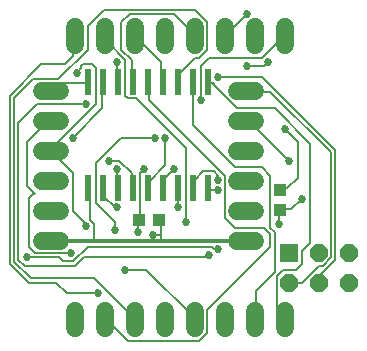
<source format=gbl>
G75*
%MOIN*%
%OFA0B0*%
%FSLAX25Y25*%
%IPPOS*%
%LPD*%
%AMOC8*
5,1,8,0,0,1.08239X$1,22.5*
%
%ADD10R,0.02362X0.08661*%
%ADD11R,0.04331X0.03937*%
%ADD12OC8,0.06000*%
%ADD13R,0.06000X0.06000*%
%ADD14C,0.06000*%
%ADD15C,0.05906*%
%ADD16C,0.00800*%
%ADD17C,0.02700*%
%ADD18C,0.01200*%
D10*
X0033706Y0059492D03*
X0038706Y0059492D03*
X0043706Y0059492D03*
X0048706Y0059492D03*
X0053706Y0059492D03*
X0058706Y0059492D03*
X0063706Y0059492D03*
X0068706Y0059492D03*
X0073706Y0059492D03*
X0073706Y0094965D03*
X0068706Y0094965D03*
X0063706Y0094965D03*
X0058706Y0094965D03*
X0053706Y0094965D03*
X0048706Y0094965D03*
X0043706Y0094965D03*
X0038706Y0094965D03*
X0033706Y0094965D03*
D11*
X0050730Y0048829D03*
X0057423Y0048829D03*
X0097815Y0052150D03*
X0097815Y0058843D03*
D12*
X0110540Y0037900D03*
X0120540Y0037900D03*
X0120540Y0027900D03*
X0110540Y0027900D03*
X0100540Y0027900D03*
D13*
X0100540Y0037900D03*
D14*
X0089340Y0041900D02*
X0083340Y0041900D01*
X0083340Y0051900D02*
X0089340Y0051900D01*
X0089340Y0061900D02*
X0083340Y0061900D01*
X0083340Y0071900D02*
X0089340Y0071900D01*
X0089340Y0081900D02*
X0083340Y0081900D01*
X0083340Y0091900D02*
X0089340Y0091900D01*
X0024340Y0091900D02*
X0018340Y0091900D01*
X0018340Y0081900D02*
X0024340Y0081900D01*
X0024340Y0071900D02*
X0018340Y0071900D01*
X0018340Y0061900D02*
X0024340Y0061900D01*
X0024340Y0051900D02*
X0018340Y0051900D01*
X0018340Y0041900D02*
X0024340Y0041900D01*
D15*
X0029340Y0018653D02*
X0029340Y0012747D01*
X0039340Y0012747D02*
X0039340Y0018653D01*
X0049340Y0018653D02*
X0049340Y0012747D01*
X0059340Y0012747D02*
X0059340Y0018653D01*
X0069340Y0018653D02*
X0069340Y0012747D01*
X0079340Y0012747D02*
X0079340Y0018653D01*
X0089340Y0018653D02*
X0089340Y0012747D01*
X0099340Y0012747D02*
X0099340Y0018653D01*
X0099340Y0107247D02*
X0099340Y0113153D01*
X0089340Y0113153D02*
X0089340Y0107247D01*
X0079340Y0107247D02*
X0079340Y0113153D01*
X0069340Y0113153D02*
X0069340Y0107247D01*
X0059340Y0107247D02*
X0059340Y0113153D01*
X0049340Y0113153D02*
X0049340Y0107247D01*
X0039340Y0107247D02*
X0039340Y0113153D01*
X0029340Y0113153D02*
X0029340Y0107247D01*
D16*
X0023040Y0028000D02*
X0026540Y0024500D01*
X0037040Y0024500D01*
X0035640Y0029400D02*
X0048590Y0016450D01*
X0048540Y0016400D01*
X0049240Y0015700D01*
X0049340Y0015700D01*
X0048940Y0016100D02*
X0048590Y0016450D01*
X0046840Y0008400D02*
X0040190Y0015050D01*
X0040140Y0015000D01*
X0039440Y0015700D01*
X0039340Y0015700D01*
X0039840Y0015400D02*
X0040190Y0015050D01*
X0046840Y0008400D02*
X0070640Y0008400D01*
X0073440Y0011200D01*
X0073440Y0018900D01*
X0094440Y0039900D01*
X0094440Y0044100D01*
X0092340Y0046200D01*
X0082640Y0046200D01*
X0079340Y0049500D01*
X0079340Y0063400D01*
X0053840Y0088900D01*
X0053840Y0094500D01*
X0053706Y0094965D01*
X0058040Y0095200D02*
X0058706Y0094965D01*
X0058040Y0095200D02*
X0058040Y0101500D01*
X0049990Y0109550D01*
X0049940Y0109500D01*
X0049940Y0110200D01*
X0049340Y0110200D01*
X0049640Y0109900D02*
X0049990Y0109550D01*
X0044740Y0105700D02*
X0044740Y0114800D01*
X0047540Y0117600D01*
X0062240Y0117600D01*
X0068890Y0110950D01*
X0068840Y0110900D01*
X0068840Y0110200D01*
X0069340Y0110200D01*
X0069240Y0110600D02*
X0068890Y0110950D01*
X0073440Y0114800D02*
X0069240Y0119000D01*
X0039140Y0119000D01*
X0033540Y0113400D01*
X0033540Y0105700D01*
X0023740Y0095900D01*
X0015340Y0095900D01*
X0009040Y0089600D01*
X0009040Y0035000D01*
X0014640Y0029400D01*
X0035640Y0029400D01*
X0029440Y0033700D02*
X0023140Y0033700D01*
X0023040Y0033600D01*
X0012540Y0033600D01*
X0010440Y0035700D01*
X0010440Y0081200D01*
X0016740Y0087500D01*
X0032840Y0087500D01*
X0036340Y0087500D02*
X0020940Y0072100D01*
X0021340Y0071900D01*
X0028740Y0064500D01*
X0028740Y0051900D01*
X0032940Y0047700D01*
X0032840Y0046900D01*
X0034240Y0049000D02*
X0035640Y0047600D01*
X0035640Y0041900D01*
X0033640Y0040000D02*
X0028740Y0035100D01*
X0025240Y0035100D01*
X0023840Y0036500D01*
X0023740Y0036400D01*
X0013240Y0036400D01*
X0016140Y0037900D02*
X0014040Y0040000D01*
X0014040Y0056100D01*
X0015690Y0057750D01*
X0016040Y0057400D01*
X0015690Y0057750D02*
X0013240Y0060200D01*
X0013240Y0074900D01*
X0020240Y0081900D01*
X0021340Y0081900D01*
X0028640Y0076300D02*
X0038440Y0086100D01*
X0038440Y0094500D01*
X0038706Y0094965D01*
X0036340Y0099400D02*
X0036340Y0087500D01*
X0033540Y0094500D02*
X0033706Y0094965D01*
X0033540Y0094500D02*
X0023040Y0094500D01*
X0020940Y0092400D01*
X0021340Y0091900D01*
X0030040Y0098000D02*
X0031440Y0099400D01*
X0031440Y0100100D01*
X0032140Y0100800D01*
X0034940Y0100800D01*
X0036340Y0099400D01*
X0043340Y0101500D02*
X0043340Y0095200D01*
X0043706Y0094965D01*
X0048240Y0095200D02*
X0048706Y0094965D01*
X0048240Y0095200D02*
X0048240Y0102200D01*
X0044740Y0105700D01*
X0046140Y0102200D02*
X0039840Y0108500D01*
X0039840Y0109500D01*
X0040140Y0109500D01*
X0039440Y0110200D01*
X0039340Y0110200D01*
X0039840Y0109900D02*
X0039840Y0109500D01*
X0046140Y0102200D02*
X0046140Y0090300D01*
X0046840Y0089600D01*
X0049640Y0089600D01*
X0066440Y0072800D01*
X0066440Y0048300D01*
X0063640Y0053200D02*
X0063640Y0058800D01*
X0063706Y0059492D01*
X0068706Y0059492D02*
X0069240Y0059500D01*
X0069240Y0062300D01*
X0072040Y0065100D01*
X0075540Y0065100D01*
X0076940Y0063700D01*
X0076940Y0062300D01*
X0076940Y0058800D02*
X0074140Y0058800D01*
X0073706Y0059492D01*
X0082640Y0066600D02*
X0084040Y0066600D01*
X0084040Y0066500D01*
X0083940Y0066500D01*
X0084040Y0066500D02*
X0091640Y0066500D01*
X0094440Y0063700D01*
X0094440Y0046200D01*
X0095840Y0044800D01*
X0095840Y0031500D01*
X0089540Y0025200D01*
X0089540Y0016400D01*
X0089840Y0016400D01*
X0089840Y0015700D01*
X0089340Y0015700D01*
X0089540Y0016100D02*
X0089540Y0016400D01*
X0096540Y0018200D02*
X0098290Y0016450D01*
X0098240Y0016400D01*
X0098940Y0015700D01*
X0099340Y0015700D01*
X0098640Y0016100D02*
X0098290Y0016450D01*
X0096540Y0018200D02*
X0096540Y0030100D01*
X0098640Y0032200D01*
X0102840Y0032200D01*
X0104940Y0034300D01*
X0104940Y0038500D01*
X0107740Y0041300D01*
X0107740Y0074200D01*
X0095840Y0086100D01*
X0084040Y0086100D01*
X0084040Y0086200D01*
X0083340Y0086200D01*
X0074940Y0094600D01*
X0074940Y0094500D01*
X0074140Y0094500D01*
X0073706Y0094965D01*
X0074940Y0094500D02*
X0075540Y0094500D01*
X0076940Y0096600D02*
X0091640Y0096600D01*
X0116140Y0072100D01*
X0116140Y0035700D01*
X0110540Y0030100D01*
X0110540Y0027900D01*
X0104940Y0028000D02*
X0110540Y0033600D01*
X0111940Y0033600D01*
X0114740Y0036400D01*
X0114740Y0071400D01*
X0094440Y0091700D01*
X0087440Y0091700D01*
X0086340Y0091900D01*
X0084040Y0086100D02*
X0083940Y0086100D01*
X0086340Y0081900D02*
X0087440Y0081900D01*
X0100740Y0068600D01*
X0103540Y0063000D02*
X0103540Y0074900D01*
X0099340Y0079100D01*
X0103540Y0063000D02*
X0100040Y0059500D01*
X0097940Y0059500D01*
X0097815Y0058843D01*
X0097940Y0052500D02*
X0097815Y0052150D01*
X0097240Y0051800D01*
X0097240Y0047600D01*
X0097940Y0052500D02*
X0101440Y0052500D01*
X0104940Y0056000D01*
X0082640Y0066600D02*
X0068640Y0080600D01*
X0068640Y0082000D01*
X0068540Y0082000D01*
X0068540Y0094500D01*
X0068706Y0094965D01*
X0064340Y0095200D02*
X0063706Y0094965D01*
X0064340Y0095200D02*
X0064340Y0098000D01*
X0069240Y0102900D01*
X0070640Y0102900D01*
X0073440Y0105700D01*
X0073440Y0114800D01*
X0079340Y0110200D02*
X0086740Y0117600D01*
X0098940Y0110200D02*
X0099340Y0110200D01*
X0098940Y0110200D02*
X0091640Y0102900D01*
X0074140Y0102900D01*
X0071340Y0100100D01*
X0071340Y0088900D01*
X0068540Y0082000D02*
X0068540Y0081900D01*
X0059440Y0076300D02*
X0059440Y0067200D01*
X0053840Y0061600D01*
X0053840Y0059500D01*
X0053706Y0059492D01*
X0048706Y0059492D02*
X0048240Y0059500D01*
X0048240Y0064400D01*
X0044040Y0068600D01*
X0040540Y0068600D01*
X0043340Y0065800D02*
X0043340Y0059500D01*
X0043706Y0059492D01*
X0039140Y0058800D02*
X0039140Y0056700D01*
X0042640Y0053200D01*
X0043340Y0053200D01*
X0042640Y0048300D02*
X0036340Y0054600D01*
X0036340Y0067900D01*
X0044740Y0076300D01*
X0055940Y0076300D01*
X0052440Y0065800D02*
X0051040Y0064400D01*
X0051040Y0049000D01*
X0050730Y0048829D01*
X0050340Y0048300D01*
X0050340Y0044800D01*
X0055340Y0044000D02*
X0058040Y0044000D01*
X0058040Y0048300D01*
X0057423Y0048829D01*
X0058040Y0044000D02*
X0058040Y0041900D01*
X0053140Y0032200D02*
X0068890Y0016450D01*
X0068840Y0016400D01*
X0068840Y0015700D01*
X0069340Y0015700D01*
X0069240Y0016100D02*
X0068890Y0016450D01*
X0053140Y0032200D02*
X0046140Y0032200D01*
X0033640Y0040000D02*
X0074940Y0040000D01*
X0074840Y0039900D01*
X0075540Y0039200D01*
X0076940Y0039200D01*
X0074140Y0037100D02*
X0073540Y0036500D01*
X0032240Y0036500D01*
X0029440Y0033700D01*
X0028040Y0037900D02*
X0016140Y0037900D01*
X0007640Y0034300D02*
X0007640Y0090300D01*
X0018140Y0100800D01*
X0025840Y0100800D01*
X0028640Y0103600D01*
X0028640Y0109500D01*
X0028940Y0109500D01*
X0028940Y0110200D01*
X0029340Y0110200D01*
X0028640Y0109900D02*
X0028640Y0109500D01*
X0021340Y0071900D02*
X0020940Y0071400D01*
X0033706Y0059492D02*
X0034240Y0058800D01*
X0034240Y0049000D01*
X0042640Y0048300D02*
X0042640Y0045500D01*
X0039140Y0058800D02*
X0038706Y0059492D01*
X0058706Y0059492D02*
X0058740Y0059500D01*
X0058740Y0062300D01*
X0062240Y0065800D01*
X0086740Y0100100D02*
X0092340Y0100100D01*
X0093740Y0101500D01*
X0100740Y0028000D02*
X0100540Y0027900D01*
X0100740Y0028000D02*
X0104940Y0028000D01*
X0023040Y0028000D02*
X0013940Y0028000D01*
X0007640Y0034300D01*
D17*
X0013240Y0036400D03*
X0028040Y0037900D03*
X0032840Y0046900D03*
X0042640Y0045500D03*
X0050340Y0044800D03*
X0055340Y0044000D03*
X0063640Y0053200D03*
X0066440Y0048300D03*
X0076940Y0039200D03*
X0074140Y0037100D03*
X0076940Y0058800D03*
X0076940Y0062300D03*
X0062240Y0065800D03*
X0052440Y0065800D03*
X0043340Y0065800D03*
X0040540Y0068600D03*
X0028640Y0076300D03*
X0032840Y0087500D03*
X0030040Y0098000D03*
X0043340Y0101500D03*
X0055940Y0076300D03*
X0059440Y0076300D03*
X0071340Y0088900D03*
X0076940Y0096600D03*
X0086740Y0100100D03*
X0093740Y0101500D03*
X0086740Y0117600D03*
X0099340Y0079100D03*
X0100740Y0068600D03*
X0104940Y0056000D03*
X0097240Y0047600D03*
X0046140Y0032200D03*
X0037040Y0024500D03*
X0043340Y0053200D03*
D18*
X0035640Y0041900D02*
X0058040Y0041900D01*
X0086340Y0041900D01*
X0035640Y0041900D02*
X0021340Y0041900D01*
M02*

</source>
